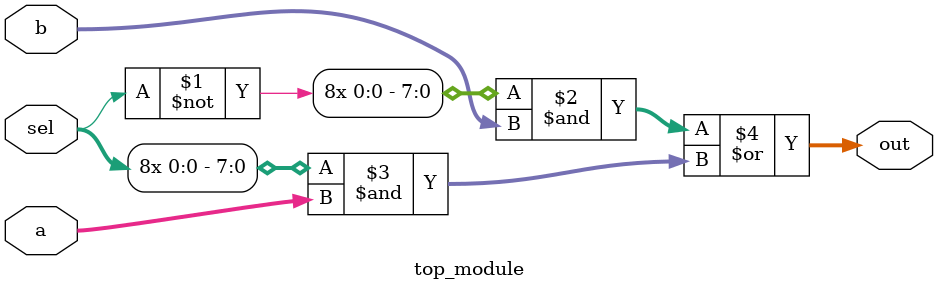
<source format=v>


module top_module (
    input sel,
    input [7:0] a,
    input [7:0] b,
    output [7:0] out  );

    assign out = ({8{~sel}} & b) | ({8{sel}} & a);

endmodule
</source>
